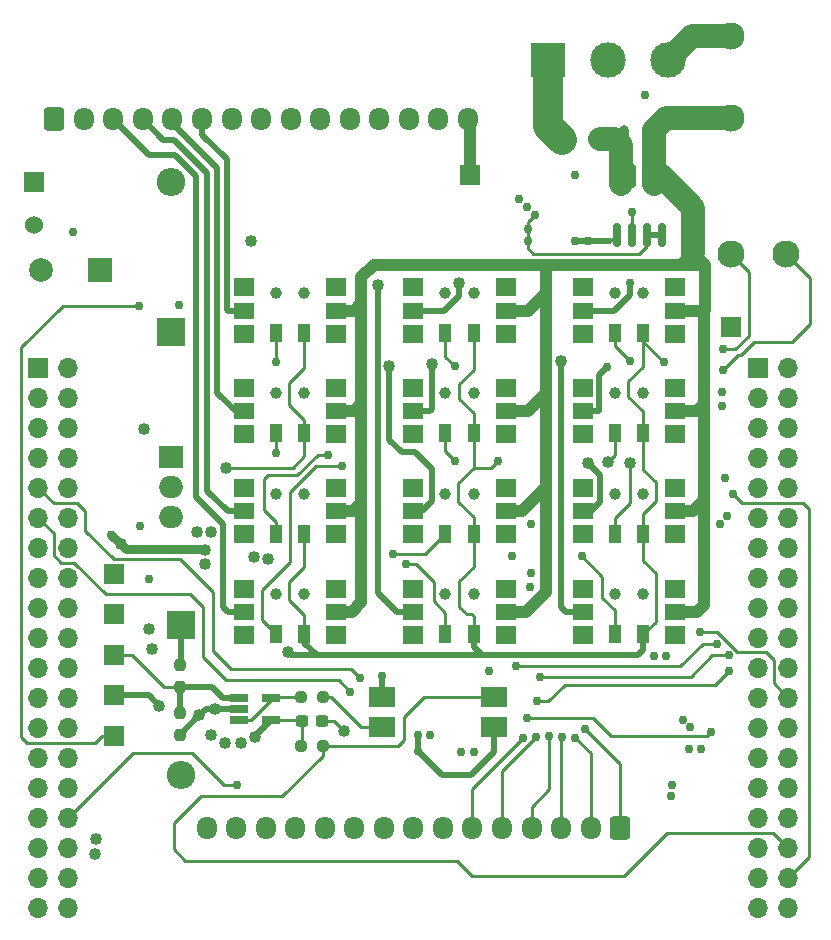
<source format=gbl>
%TF.GenerationSoftware,KiCad,Pcbnew,(5.99.0-13294-g19fc8c6d98)*%
%TF.CreationDate,2021-11-25T20:45:43+01:00*%
%TF.ProjectId,easyrelay,65617379-7265-46c6-9179-2e6b69636164,rev?*%
%TF.SameCoordinates,Original*%
%TF.FileFunction,Copper,L4,Bot*%
%TF.FilePolarity,Positive*%
%FSLAX46Y46*%
G04 Gerber Fmt 4.6, Leading zero omitted, Abs format (unit mm)*
G04 Created by KiCad (PCBNEW (5.99.0-13294-g19fc8c6d98)) date 2021-11-25 20:45:43*
%MOMM*%
%LPD*%
G01*
G04 APERTURE LIST*
G04 Aperture macros list*
%AMRoundRect*
0 Rectangle with rounded corners*
0 $1 Rounding radius*
0 $2 $3 $4 $5 $6 $7 $8 $9 X,Y pos of 4 corners*
0 Add a 4 corners polygon primitive as box body*
4,1,4,$2,$3,$4,$5,$6,$7,$8,$9,$2,$3,0*
0 Add four circle primitives for the rounded corners*
1,1,$1+$1,$2,$3*
1,1,$1+$1,$4,$5*
1,1,$1+$1,$6,$7*
1,1,$1+$1,$8,$9*
0 Add four rect primitives between the rounded corners*
20,1,$1+$1,$2,$3,$4,$5,0*
20,1,$1+$1,$4,$5,$6,$7,0*
20,1,$1+$1,$6,$7,$8,$9,0*
20,1,$1+$1,$8,$9,$2,$3,0*%
G04 Aperture macros list end*
%TA.AperFunction,ComponentPad*%
%ADD10R,1.700000X1.700000*%
%TD*%
%TA.AperFunction,ComponentPad*%
%ADD11O,1.700000X1.700000*%
%TD*%
%TA.AperFunction,ComponentPad*%
%ADD12R,2.400000X2.400000*%
%TD*%
%TA.AperFunction,ComponentPad*%
%ADD13O,2.400000X2.400000*%
%TD*%
%TA.AperFunction,ComponentPad*%
%ADD14RoundRect,0.250000X0.600000X0.725000X-0.600000X0.725000X-0.600000X-0.725000X0.600000X-0.725000X0*%
%TD*%
%TA.AperFunction,ComponentPad*%
%ADD15O,1.700000X1.950000*%
%TD*%
%TA.AperFunction,ComponentPad*%
%ADD16RoundRect,0.250000X-0.600000X-0.725000X0.600000X-0.725000X0.600000X0.725000X-0.600000X0.725000X0*%
%TD*%
%TA.AperFunction,SMDPad,CuDef*%
%ADD17R,1.800000X1.450000*%
%TD*%
%TA.AperFunction,SMDPad,CuDef*%
%ADD18R,1.800000X1.500000*%
%TD*%
%TA.AperFunction,SMDPad,CuDef*%
%ADD19C,1.000000*%
%TD*%
%TA.AperFunction,SMDPad,CuDef*%
%ADD20R,1.000000X1.600000*%
%TD*%
%TA.AperFunction,SMDPad,CuDef*%
%ADD21R,2.300000X1.780000*%
%TD*%
%TA.AperFunction,SMDPad,CuDef*%
%ADD22RoundRect,0.237500X-0.300000X-0.237500X0.300000X-0.237500X0.300000X0.237500X-0.300000X0.237500X0*%
%TD*%
%TA.AperFunction,SMDPad,CuDef*%
%ADD23RoundRect,0.237500X-0.250000X-0.237500X0.250000X-0.237500X0.250000X0.237500X-0.250000X0.237500X0*%
%TD*%
%TA.AperFunction,SMDPad,CuDef*%
%ADD24RoundRect,0.150000X-0.150000X0.825000X-0.150000X-0.825000X0.150000X-0.825000X0.150000X0.825000X0*%
%TD*%
%TA.AperFunction,ComponentPad*%
%ADD25R,3.000000X3.000000*%
%TD*%
%TA.AperFunction,ComponentPad*%
%ADD26C,3.000000*%
%TD*%
%TA.AperFunction,SMDPad,CuDef*%
%ADD27RoundRect,0.250000X-0.375000X-0.625000X0.375000X-0.625000X0.375000X0.625000X-0.375000X0.625000X0*%
%TD*%
%TA.AperFunction,SMDPad,CuDef*%
%ADD28RoundRect,0.237500X-0.237500X0.250000X-0.237500X-0.250000X0.237500X-0.250000X0.237500X0.250000X0*%
%TD*%
%TA.AperFunction,ComponentPad*%
%ADD29C,2.300000*%
%TD*%
%TA.AperFunction,ComponentPad*%
%ADD30R,2.000000X2.000000*%
%TD*%
%TA.AperFunction,ComponentPad*%
%ADD31C,2.000000*%
%TD*%
%TA.AperFunction,ComponentPad*%
%ADD32R,2.000000X1.905000*%
%TD*%
%TA.AperFunction,ComponentPad*%
%ADD33O,2.000000X1.905000*%
%TD*%
%TA.AperFunction,SMDPad,CuDef*%
%ADD34RoundRect,0.237500X0.250000X0.237500X-0.250000X0.237500X-0.250000X-0.237500X0.250000X-0.237500X0*%
%TD*%
%TA.AperFunction,SMDPad,CuDef*%
%ADD35R,1.560000X0.650000*%
%TD*%
%TA.AperFunction,ViaPad*%
%ADD36C,1.524000*%
%TD*%
%TA.AperFunction,ViaPad*%
%ADD37C,1.016000*%
%TD*%
%TA.AperFunction,ViaPad*%
%ADD38C,0.762000*%
%TD*%
%TA.AperFunction,ViaPad*%
%ADD39C,0.800000*%
%TD*%
%TA.AperFunction,Conductor*%
%ADD40C,0.762000*%
%TD*%
%TA.AperFunction,Conductor*%
%ADD41C,0.254000*%
%TD*%
%TA.AperFunction,Conductor*%
%ADD42C,0.508000*%
%TD*%
%TA.AperFunction,Conductor*%
%ADD43C,1.016000*%
%TD*%
%TA.AperFunction,Conductor*%
%ADD44C,2.032000*%
%TD*%
%TA.AperFunction,Conductor*%
%ADD45C,2.540000*%
%TD*%
G04 APERTURE END LIST*
D10*
%TO.P,TPGND,1,1*%
%TO.N,GND*%
X107900000Y-60300000D03*
%TD*%
%TO.P,TP5V,1,1*%
%TO.N,+5V*%
X114652000Y-93504000D03*
%TD*%
%TO.P,TP3V3,1,1*%
%TO.N,+3V3*%
X114652000Y-96933000D03*
%TD*%
%TO.P,TPRPM,1,1*%
%TO.N,Net-(R4-Pad2)*%
X114652000Y-100362000D03*
%TD*%
%TO.P,TPBAT,1,1*%
%TO.N,/VBAT*%
X114652000Y-103791000D03*
%TD*%
%TO.P,TPACC,1,1*%
%TO.N,/VACCU*%
X114652000Y-107220000D03*
%TD*%
%TO.P,J3,1,Pin_1*%
%TO.N,Net-(J2-Pad15)*%
X144800000Y-59722000D03*
%TD*%
%TO.P,TPCUR,1,1*%
%TO.N,/VCURRENT*%
X166900000Y-72600000D03*
%TD*%
%TO.P,J4,1,Pin_1*%
%TO.N,unconnected-(J4-Pad1)*%
X108250000Y-76030000D03*
D11*
%TO.P,J4,2,Pin_2*%
%TO.N,unconnected-(J4-Pad2)*%
X110790000Y-76030000D03*
%TO.P,J4,3,Pin_3*%
%TO.N,unconnected-(J4-Pad3)*%
X108250000Y-78570000D03*
%TO.P,J4,4,Pin_4*%
%TO.N,unconnected-(J4-Pad4)*%
X110790000Y-78570000D03*
%TO.P,J4,5,Pin_5*%
%TO.N,unconnected-(J4-Pad5)*%
X108250000Y-81110000D03*
%TO.P,J4,6,Pin_6*%
%TO.N,+5V*%
X110790000Y-81110000D03*
%TO.P,J4,7,Pin_7*%
%TO.N,unconnected-(J4-Pad7)*%
X108250000Y-83650000D03*
%TO.P,J4,8,Pin_8*%
%TO.N,GND*%
X110790000Y-83650000D03*
%TO.P,J4,9,Pin_9*%
%TO.N,/XTRA4_D*%
X108250000Y-86190000D03*
%TO.P,J4,10,Pin_10*%
%TO.N,+3V3*%
X110790000Y-86190000D03*
%TO.P,J4,11,Pin_11*%
%TO.N,/XTRA5_D*%
X108250000Y-88730000D03*
%TO.P,J4,12,Pin_12*%
%TO.N,unconnected-(J4-Pad12)*%
X110790000Y-88730000D03*
%TO.P,J4,13,Pin_13*%
%TO.N,unconnected-(J4-Pad13)*%
X108250000Y-91270000D03*
%TO.P,J4,14,Pin_14*%
%TO.N,unconnected-(J4-Pad14)*%
X110790000Y-91270000D03*
%TO.P,J4,15,Pin_15*%
%TO.N,unconnected-(J4-Pad15)*%
X108250000Y-93810000D03*
%TO.P,J4,16,Pin_16*%
%TO.N,unconnected-(J4-Pad16)*%
X110790000Y-93810000D03*
%TO.P,J4,17,Pin_17*%
%TO.N,unconnected-(J4-Pad17)*%
X108250000Y-96350000D03*
%TO.P,J4,18,Pin_18*%
%TO.N,unconnected-(J4-Pad18)*%
X110790000Y-96350000D03*
%TO.P,J4,19,Pin_19*%
%TO.N,GND*%
X108250000Y-98890000D03*
%TO.P,J4,20,Pin_20*%
X110790000Y-98890000D03*
%TO.P,J4,21,Pin_21*%
%TO.N,unconnected-(J4-Pad21)*%
X108250000Y-101430000D03*
%TO.P,J4,22,Pin_22*%
%TO.N,GND*%
X110790000Y-101430000D03*
%TO.P,J4,23,Pin_23*%
%TO.N,unconnected-(J4-Pad23)*%
X108250000Y-103970000D03*
%TO.P,J4,24,Pin_24*%
%TO.N,unconnected-(J4-Pad24)*%
X110790000Y-103970000D03*
%TO.P,J4,25,Pin_25*%
%TO.N,unconnected-(J4-Pad25)*%
X108250000Y-106510000D03*
%TO.P,J4,26,Pin_26*%
%TO.N,unconnected-(J4-Pad26)*%
X110790000Y-106510000D03*
%TO.P,J4,27,Pin_27*%
%TO.N,unconnected-(J4-Pad27)*%
X108250000Y-109050000D03*
%TO.P,J4,28,Pin_28*%
%TO.N,unconnected-(J4-Pad28)*%
X110790000Y-109050000D03*
%TO.P,J4,29,Pin_29*%
%TO.N,unconnected-(J4-Pad29)*%
X108250000Y-111590000D03*
%TO.P,J4,30,Pin_30*%
%TO.N,unconnected-(J4-Pad30)*%
X110790000Y-111590000D03*
%TO.P,J4,31,Pin_31*%
%TO.N,unconnected-(J4-Pad31)*%
X108250000Y-114130000D03*
%TO.P,J4,32,Pin_32*%
%TO.N,/SPI1_CS*%
X110790000Y-114130000D03*
%TO.P,J4,33,Pin_33*%
%TO.N,/VBAT*%
X108250000Y-116670000D03*
%TO.P,J4,34,Pin_34*%
%TO.N,unconnected-(J4-Pad34)*%
X110790000Y-116670000D03*
%TO.P,J4,35,Pin_35*%
%TO.N,unconnected-(J4-Pad35)*%
X108250000Y-119210000D03*
%TO.P,J4,36,Pin_36*%
%TO.N,unconnected-(J4-Pad36)*%
X110790000Y-119210000D03*
%TO.P,J4,37,Pin_37*%
%TO.N,unconnected-(J4-Pad37)*%
X108250000Y-121750000D03*
%TO.P,J4,38,Pin_38*%
%TO.N,/VACCU*%
X110790000Y-121750000D03*
%TD*%
D12*
%TO.P,D2,1,K*%
%TO.N,Net-(D2-Pad1)*%
X120300000Y-97850000D03*
D13*
%TO.P,D2,2,A*%
%TO.N,/RPM_IN*%
X120300000Y-110550000D03*
%TD*%
D14*
%TO.P,J5,1,Pin_1*%
%TO.N,/S_XTRA1*%
X157500000Y-115000000D03*
D15*
%TO.P,J5,2,Pin_2*%
%TO.N,/S_ALARM*%
X155000000Y-115000000D03*
%TO.P,J5,3,Pin_3*%
%TO.N,/S_WARNING*%
X152500000Y-115000000D03*
%TO.P,J5,4,Pin_4*%
%TO.N,/S_IGN*%
X150000000Y-115000000D03*
%TO.P,J5,5,Pin_5*%
%TO.N,/S_LIGHT*%
X147500000Y-115000000D03*
%TO.P,J5,6,Pin_6*%
%TO.N,/S_PILOT*%
X145000000Y-115000000D03*
%TO.P,J5,7,Pin_7*%
%TO.N,/S_CLAXON*%
X142500000Y-115000000D03*
%TO.P,J5,8,Pin_8*%
%TO.N,/S_RI*%
X140000000Y-115000000D03*
%TO.P,J5,9,Pin_9*%
%TO.N,/S_LI*%
X137500000Y-115000000D03*
%TO.P,J5,10,Pin_10*%
%TO.N,/S_BRAKE*%
X135000000Y-115000000D03*
%TO.P,J5,11,Pin_11*%
%TO.N,/S_G4*%
X132500000Y-115000000D03*
%TO.P,J5,12,Pin_12*%
%TO.N,/S_G3*%
X130000000Y-115000000D03*
%TO.P,J5,13,Pin_13*%
%TO.N,/S_G2*%
X127500000Y-115000000D03*
%TO.P,J5,14,Pin_14*%
%TO.N,/S_G1*%
X125000000Y-115000000D03*
%TO.P,J5,15,Pin_15*%
%TO.N,/RPM_IN*%
X122500000Y-115000000D03*
%TD*%
D10*
%TO.P,J6,1,Pin_1*%
%TO.N,unconnected-(J6-Pad1)*%
X169210000Y-76030000D03*
D11*
%TO.P,J6,2,Pin_2*%
%TO.N,unconnected-(J6-Pad2)*%
X171750000Y-76030000D03*
%TO.P,J6,3,Pin_3*%
%TO.N,unconnected-(J6-Pad3)*%
X169210000Y-78570000D03*
%TO.P,J6,4,Pin_4*%
%TO.N,unconnected-(J6-Pad4)*%
X171750000Y-78570000D03*
%TO.P,J6,5,Pin_5*%
%TO.N,unconnected-(J6-Pad5)*%
X169210000Y-81110000D03*
%TO.P,J6,6,Pin_6*%
%TO.N,/VCURRENT*%
X171750000Y-81110000D03*
%TO.P,J6,7,Pin_7*%
%TO.N,unconnected-(J6-Pad7)*%
X169210000Y-83650000D03*
%TO.P,J6,8,Pin_8*%
%TO.N,unconnected-(J6-Pad8)*%
X171750000Y-83650000D03*
%TO.P,J6,9,Pin_9*%
%TO.N,GND*%
X169210000Y-86190000D03*
%TO.P,J6,10,Pin_10*%
%TO.N,unconnected-(J6-Pad10)*%
X171750000Y-86190000D03*
%TO.P,J6,11,Pin_11*%
%TO.N,/SPI1_SCK*%
X169210000Y-88730000D03*
%TO.P,J6,12,Pin_12*%
%TO.N,unconnected-(J6-Pad12)*%
X171750000Y-88730000D03*
%TO.P,J6,13,Pin_13*%
%TO.N,/SPI1_MISO*%
X169210000Y-91270000D03*
%TO.P,J6,14,Pin_14*%
%TO.N,unconnected-(J6-Pad14)*%
X171750000Y-91270000D03*
%TO.P,J6,15,Pin_15*%
%TO.N,/SPI1_MOSI*%
X169210000Y-93810000D03*
%TO.P,J6,16,Pin_16*%
%TO.N,unconnected-(J6-Pad16)*%
X171750000Y-93810000D03*
%TO.P,J6,17,Pin_17*%
%TO.N,unconnected-(J6-Pad17)*%
X169210000Y-96350000D03*
%TO.P,J6,18,Pin_18*%
%TO.N,unconnected-(J6-Pad18)*%
X171750000Y-96350000D03*
%TO.P,J6,19,Pin_19*%
%TO.N,unconnected-(J6-Pad19)*%
X169210000Y-98890000D03*
%TO.P,J6,20,Pin_20*%
%TO.N,GND*%
X171750000Y-98890000D03*
%TO.P,J6,21,Pin_21*%
%TO.N,unconnected-(J6-Pad21)*%
X169210000Y-101430000D03*
%TO.P,J6,22,Pin_22*%
%TO.N,unconnected-(J6-Pad22)*%
X171750000Y-101430000D03*
%TO.P,J6,23,Pin_23*%
%TO.N,unconnected-(J6-Pad23)*%
X169210000Y-103970000D03*
%TO.P,J6,24,Pin_24*%
%TO.N,/INT_SENSES*%
X171750000Y-103970000D03*
%TO.P,J6,25,Pin_25*%
%TO.N,unconnected-(J6-Pad25)*%
X169210000Y-106510000D03*
%TO.P,J6,26,Pin_26*%
%TO.N,/INT_RELAYS*%
X171750000Y-106510000D03*
%TO.P,J6,27,Pin_27*%
%TO.N,unconnected-(J6-Pad27)*%
X169210000Y-109050000D03*
%TO.P,J6,28,Pin_28*%
%TO.N,unconnected-(J6-Pad28)*%
X171750000Y-109050000D03*
%TO.P,J6,29,Pin_29*%
%TO.N,unconnected-(J6-Pad29)*%
X169210000Y-111590000D03*
%TO.P,J6,30,Pin_30*%
%TO.N,unconnected-(J6-Pad30)*%
X171750000Y-111590000D03*
%TO.P,J6,31,Pin_31*%
%TO.N,unconnected-(J6-Pad31)*%
X169210000Y-114130000D03*
%TO.P,J6,32,Pin_32*%
%TO.N,unconnected-(J6-Pad32)*%
X171750000Y-114130000D03*
%TO.P,J6,33,Pin_33*%
%TO.N,unconnected-(J6-Pad33)*%
X169210000Y-116670000D03*
%TO.P,J6,34,Pin_34*%
%TO.N,/RPM_OUT*%
X171750000Y-116670000D03*
%TO.P,J6,35,Pin_35*%
%TO.N,unconnected-(J6-Pad35)*%
X169210000Y-119210000D03*
%TO.P,J6,36,Pin_36*%
%TO.N,/S_XTRA2*%
X171750000Y-119210000D03*
%TO.P,J6,37,Pin_37*%
%TO.N,unconnected-(J6-Pad37)*%
X169210000Y-121750000D03*
%TO.P,J6,38,Pin_38*%
%TO.N,/S_XTRA3*%
X171750000Y-121750000D03*
%TD*%
D16*
%TO.P,J2,1,Pin_1*%
%TO.N,GND*%
X109600000Y-55000000D03*
D15*
%TO.P,J2,2,Pin_2*%
%TO.N,+12P*%
X112100000Y-55000000D03*
%TO.P,J2,3,Pin_3*%
%TO.N,/R_XTRA1*%
X114600000Y-55000000D03*
%TO.P,J2,4,Pin_4*%
%TO.N,/R_PITSTA*%
X117100000Y-55000000D03*
%TO.P,J2,5,Pin_5*%
%TO.N,/R_PITIND*%
X119600000Y-55000000D03*
%TO.P,J2,6,Pin_6*%
%TO.N,/R_BRAKE*%
X122100000Y-55000000D03*
%TO.P,J2,7,Pin_7*%
%TO.N,/R_RIF*%
X124600000Y-55000000D03*
%TO.P,J2,8,Pin_8*%
%TO.N,/R_XTRA3*%
X127100000Y-55000000D03*
%TO.P,J2,9,Pin_9*%
%TO.N,/R_XTRA2*%
X129600000Y-55000000D03*
%TO.P,J2,10,Pin_10*%
%TO.N,/R_PILOT*%
X132100000Y-55000000D03*
%TO.P,J2,11,Pin_11*%
%TO.N,/R_LIB*%
X134600000Y-55000000D03*
%TO.P,J2,12,Pin_12*%
%TO.N,/R_LIF*%
X137100000Y-55000000D03*
%TO.P,J2,13,Pin_13*%
%TO.N,/R_RIB*%
X139600000Y-55000000D03*
%TO.P,J2,14,Pin_14*%
%TO.N,/R_LIGHT*%
X142100000Y-55000000D03*
%TO.P,J2,15,Pin_15*%
%TO.N,Net-(J2-Pad15)*%
X144600000Y-55000000D03*
%TD*%
D17*
%TO.P,K1,10*%
%TO.N,+12V*%
X162133333Y-71200000D03*
D18*
%TO.P,K1,9*%
%TO.N,N/C*%
X162133333Y-69250000D03*
D19*
%TO.P,K1,8*%
X159433333Y-69700000D03*
%TO.P,K1,7*%
X157033333Y-69700000D03*
D18*
%TO.P,K1,6*%
X154333333Y-69250000D03*
D17*
%TO.P,K1,5*%
%TO.N,/R_LIGHT*%
X154333333Y-71200000D03*
D18*
%TO.P,K1,4*%
%TO.N,N/C*%
X154333333Y-73150000D03*
D20*
%TO.P,K1,3*%
%TO.N,/LIGHT_R*%
X157033333Y-73100000D03*
%TO.P,K1,2*%
%TO.N,+5V*%
X159433333Y-73100000D03*
D18*
%TO.P,K1,1*%
%TO.N,N/C*%
X162133333Y-73150000D03*
%TD*%
D21*
%TO.P,U7,1,A*%
%TO.N,Net-(R5-Pad1)*%
X137319000Y-106458000D03*
%TO.P,U7,2,C*%
%TO.N,GND*%
X137319000Y-103918000D03*
%TO.P,U7,3,C*%
%TO.N,/RPM_OUT*%
X146849000Y-103918000D03*
%TO.P,U7,4,E*%
%TO.N,GND*%
X146849000Y-106458000D03*
%TD*%
D17*
%TO.P,K11,10*%
%TO.N,+12V*%
X147800000Y-96700000D03*
D18*
%TO.P,K11,9*%
%TO.N,N/C*%
X147800000Y-94750000D03*
D19*
%TO.P,K11,8*%
X145100000Y-95200000D03*
%TO.P,K11,7*%
X142700000Y-95200000D03*
D18*
%TO.P,K11,6*%
X140000000Y-94750000D03*
D17*
%TO.P,K11,5*%
%TO.N,/R_RIF*%
X140000000Y-96700000D03*
D18*
%TO.P,K11,4*%
%TO.N,N/C*%
X140000000Y-98650000D03*
D20*
%TO.P,K11,3*%
%TO.N,/RIF_R*%
X142700000Y-98600000D03*
%TO.P,K11,2*%
%TO.N,+5V*%
X145100000Y-98600000D03*
D18*
%TO.P,K11,1*%
%TO.N,N/C*%
X147800000Y-98650000D03*
%TD*%
D17*
%TO.P,K4,10*%
%TO.N,+12V*%
X162133333Y-79700000D03*
D18*
%TO.P,K4,9*%
%TO.N,N/C*%
X162133333Y-77750000D03*
D19*
%TO.P,K4,8*%
X159433333Y-78200000D03*
%TO.P,K4,7*%
X157033333Y-78200000D03*
D18*
%TO.P,K4,6*%
X154333333Y-77750000D03*
D17*
%TO.P,K4,5*%
%TO.N,/R_RIB*%
X154333333Y-79700000D03*
D18*
%TO.P,K4,4*%
%TO.N,N/C*%
X154333333Y-81650000D03*
D20*
%TO.P,K4,3*%
%TO.N,/RIB_R*%
X157033333Y-81600000D03*
%TO.P,K4,2*%
%TO.N,+5V*%
X159433333Y-81600000D03*
D18*
%TO.P,K4,1*%
%TO.N,N/C*%
X162133333Y-81650000D03*
%TD*%
D22*
%TO.P,C6,1*%
%TO.N,+3V3*%
X130553500Y-105950000D03*
%TO.P,C6,2*%
%TO.N,GND*%
X132278500Y-105950000D03*
%TD*%
D17*
%TO.P,K6,10*%
%TO.N,+12V*%
X133466667Y-79700000D03*
D18*
%TO.P,K6,9*%
%TO.N,N/C*%
X133466667Y-77750000D03*
D19*
%TO.P,K6,8*%
X130766667Y-78200000D03*
%TO.P,K6,7*%
X128366667Y-78200000D03*
D18*
%TO.P,K6,6*%
X125666667Y-77750000D03*
D17*
%TO.P,K6,5*%
%TO.N,/R_PITIND*%
X125666667Y-79700000D03*
D18*
%TO.P,K6,4*%
%TO.N,N/C*%
X125666667Y-81650000D03*
D20*
%TO.P,K6,3*%
%TO.N,/PITIND_R*%
X128366667Y-81600000D03*
%TO.P,K6,2*%
%TO.N,+5V*%
X130766667Y-81600000D03*
D18*
%TO.P,K6,1*%
%TO.N,N/C*%
X133466667Y-81650000D03*
%TD*%
D23*
%TO.P,R7,1*%
%TO.N,+3V3*%
X130487500Y-108100000D03*
%TO.P,R7,2*%
%TO.N,/RPM_OUT*%
X132312500Y-108100000D03*
%TD*%
D24*
%TO.P,U8,1,IN+*%
%TO.N,Net-(F3-Pad2)*%
X157195000Y-59825000D03*
%TO.P,U8,2,IN+*%
X158465000Y-59825000D03*
%TO.P,U8,3,IN-*%
%TO.N,+12V*%
X159735000Y-59825000D03*
%TO.P,U8,4,IN-*%
X161005000Y-59825000D03*
%TO.P,U8,5,GND*%
%TO.N,GND*%
X161005000Y-64775000D03*
%TO.P,U8,6,VREF*%
X159735000Y-64775000D03*
%TO.P,U8,7,VOUT*%
%TO.N,/VCURRENT*%
X158465000Y-64775000D03*
%TO.P,U8,8,VS*%
%TO.N,+3V3*%
X157195000Y-64775000D03*
%TD*%
D25*
%TO.P,J1,1,Pin_1*%
%TO.N,+12L*%
X151387500Y-50000000D03*
D26*
%TO.P,J1,2,Pin_2*%
%TO.N,GND*%
X156467500Y-50000000D03*
%TO.P,J1,3,Pin_3*%
%TO.N,/R_CLAXON*%
X161547500Y-50000000D03*
%TD*%
D17*
%TO.P,K8,10*%
%TO.N,+12V*%
X147800000Y-88200000D03*
D18*
%TO.P,K8,9*%
%TO.N,N/C*%
X147800000Y-86250000D03*
D19*
%TO.P,K8,8*%
X145100000Y-86700000D03*
%TO.P,K8,7*%
X142700000Y-86700000D03*
D18*
%TO.P,K8,6*%
X140000000Y-86250000D03*
D17*
%TO.P,K8,5*%
%TO.N,/R_XTRA3*%
X140000000Y-88200000D03*
D18*
%TO.P,K8,4*%
%TO.N,N/C*%
X140000000Y-90150000D03*
D20*
%TO.P,K8,3*%
%TO.N,/XTRA3_R*%
X142700000Y-90100000D03*
%TO.P,K8,2*%
%TO.N,+5V*%
X145100000Y-90100000D03*
D18*
%TO.P,K8,1*%
%TO.N,N/C*%
X147800000Y-90150000D03*
%TD*%
D17*
%TO.P,K9,10*%
%TO.N,+12V*%
X133466667Y-88200000D03*
D18*
%TO.P,K9,9*%
%TO.N,N/C*%
X133466667Y-86250000D03*
D19*
%TO.P,K9,8*%
X130766667Y-86700000D03*
%TO.P,K9,7*%
X128366667Y-86700000D03*
D18*
%TO.P,K9,6*%
X125666667Y-86250000D03*
D17*
%TO.P,K9,5*%
%TO.N,/R_PITSTA*%
X125666667Y-88200000D03*
D18*
%TO.P,K9,4*%
%TO.N,N/C*%
X125666667Y-90150000D03*
D20*
%TO.P,K9,3*%
%TO.N,/PITSTA_R*%
X128366667Y-90100000D03*
%TO.P,K9,2*%
%TO.N,+5V*%
X130766667Y-90100000D03*
D18*
%TO.P,K9,1*%
%TO.N,N/C*%
X133466667Y-90150000D03*
%TD*%
D17*
%TO.P,K2,10*%
%TO.N,+12V*%
X147800000Y-71200000D03*
D18*
%TO.P,K2,9*%
%TO.N,N/C*%
X147800000Y-69250000D03*
D19*
%TO.P,K2,8*%
X145100000Y-69700000D03*
%TO.P,K2,7*%
X142700000Y-69700000D03*
D18*
%TO.P,K2,6*%
X140000000Y-69250000D03*
D17*
%TO.P,K2,5*%
%TO.N,/R_PILOT*%
X140000000Y-71200000D03*
D18*
%TO.P,K2,4*%
%TO.N,N/C*%
X140000000Y-73150000D03*
D20*
%TO.P,K2,3*%
%TO.N,/PILOT_R*%
X142700000Y-73100000D03*
%TO.P,K2,2*%
%TO.N,+5V*%
X145100000Y-73100000D03*
D18*
%TO.P,K2,1*%
%TO.N,N/C*%
X147800000Y-73150000D03*
%TD*%
D17*
%TO.P,K12,10*%
%TO.N,+12V*%
X133466667Y-96700000D03*
D18*
%TO.P,K12,9*%
%TO.N,N/C*%
X133466667Y-94750000D03*
D19*
%TO.P,K12,8*%
X130766667Y-95200000D03*
%TO.P,K12,7*%
X128366667Y-95200000D03*
D18*
%TO.P,K12,6*%
X125666667Y-94750000D03*
D17*
%TO.P,K12,5*%
%TO.N,/R_XTRA1*%
X125666667Y-96700000D03*
D18*
%TO.P,K12,4*%
%TO.N,N/C*%
X125666667Y-98650000D03*
D20*
%TO.P,K12,3*%
%TO.N,/XTRA1_R*%
X128366667Y-98600000D03*
%TO.P,K12,2*%
%TO.N,+5V*%
X130766667Y-98600000D03*
D18*
%TO.P,K12,1*%
%TO.N,N/C*%
X133466667Y-98650000D03*
%TD*%
D17*
%TO.P,K10,10*%
%TO.N,+12V*%
X162133333Y-96700000D03*
D18*
%TO.P,K10,9*%
%TO.N,N/C*%
X162133333Y-94750000D03*
D19*
%TO.P,K10,8*%
X159433333Y-95200000D03*
%TO.P,K10,7*%
X157033333Y-95200000D03*
D18*
%TO.P,K10,6*%
X154333333Y-94750000D03*
D17*
%TO.P,K10,5*%
%TO.N,/R_LIB*%
X154333333Y-96700000D03*
D18*
%TO.P,K10,4*%
%TO.N,N/C*%
X154333333Y-98650000D03*
D20*
%TO.P,K10,3*%
%TO.N,/LIB_R*%
X157033333Y-98600000D03*
%TO.P,K10,2*%
%TO.N,+5V*%
X159433333Y-98600000D03*
D18*
%TO.P,K10,1*%
%TO.N,N/C*%
X162133333Y-98650000D03*
%TD*%
D27*
%TO.P,F3,1*%
%TO.N,+12L*%
X153000000Y-56700000D03*
%TO.P,F3,2*%
%TO.N,Net-(F3-Pad2)*%
X155800000Y-56700000D03*
%TD*%
D28*
%TO.P,R6,1*%
%TO.N,Net-(R4-Pad2)*%
X120240000Y-105291500D03*
%TO.P,R6,2*%
%TO.N,GND*%
X120240000Y-107116500D03*
%TD*%
D29*
%TO.P,K13,1*%
%TO.N,/CLAXON_R*%
X166862500Y-66425000D03*
%TO.P,K13,2*%
%TO.N,+12V*%
X166862500Y-54925000D03*
%TO.P,K13,3*%
%TO.N,/R_CLAXON*%
X166862500Y-47925000D03*
%TO.P,K13,4*%
%TO.N,+5V*%
X171562500Y-66425000D03*
%TD*%
D30*
%TO.P,C1,1*%
%TO.N,Net-(C1-Pad1)*%
X113467677Y-67800000D03*
D31*
%TO.P,C1,2*%
%TO.N,GND*%
X108467677Y-67800000D03*
%TD*%
D17*
%TO.P,K3,10*%
%TO.N,+12V*%
X133466667Y-71200000D03*
D18*
%TO.P,K3,9*%
%TO.N,N/C*%
X133466667Y-69250000D03*
D19*
%TO.P,K3,8*%
X130766667Y-69700000D03*
%TO.P,K3,7*%
X128366667Y-69700000D03*
D18*
%TO.P,K3,6*%
X125666667Y-69250000D03*
D17*
%TO.P,K3,5*%
%TO.N,/R_BRAKE*%
X125666667Y-71200000D03*
D18*
%TO.P,K3,4*%
%TO.N,N/C*%
X125666667Y-73150000D03*
D20*
%TO.P,K3,3*%
%TO.N,/BRAKE_R*%
X128366667Y-73100000D03*
%TO.P,K3,2*%
%TO.N,+5V*%
X130766667Y-73100000D03*
D18*
%TO.P,K3,1*%
%TO.N,N/C*%
X133466667Y-73150000D03*
%TD*%
D32*
%TO.P,U1,1,IN*%
%TO.N,Net-(C1-Pad1)*%
X119450000Y-83600000D03*
D33*
%TO.P,U1,2,GND*%
%TO.N,GND*%
X119450000Y-86140000D03*
%TO.P,U1,3,OUT*%
%TO.N,+5V*%
X119450000Y-88680000D03*
%TD*%
D12*
%TO.P,D1,1,K*%
%TO.N,Net-(D1-Pad1)*%
X119478000Y-73050000D03*
D13*
%TO.P,D1,2,A*%
%TO.N,Net-(D1-Pad2)*%
X119478000Y-60350000D03*
%TD*%
D17*
%TO.P,K5,10*%
%TO.N,+12V*%
X147800000Y-79700000D03*
D18*
%TO.P,K5,9*%
%TO.N,N/C*%
X147800000Y-77750000D03*
D19*
%TO.P,K5,8*%
X145100000Y-78200000D03*
%TO.P,K5,7*%
X142700000Y-78200000D03*
D18*
%TO.P,K5,6*%
X140000000Y-77750000D03*
D17*
%TO.P,K5,5*%
%TO.N,/R_XTRA2*%
X140000000Y-79700000D03*
D18*
%TO.P,K5,4*%
%TO.N,N/C*%
X140000000Y-81650000D03*
D20*
%TO.P,K5,3*%
%TO.N,/XTRA2_R*%
X142700000Y-81600000D03*
%TO.P,K5,2*%
%TO.N,+5V*%
X145100000Y-81600000D03*
D18*
%TO.P,K5,1*%
%TO.N,N/C*%
X147800000Y-81650000D03*
%TD*%
D28*
%TO.P,R4,1*%
%TO.N,Net-(D2-Pad1)*%
X120240000Y-101227500D03*
%TO.P,R4,2*%
%TO.N,Net-(R4-Pad2)*%
X120240000Y-103052500D03*
%TD*%
D34*
%TO.P,R5,1*%
%TO.N,Net-(R5-Pad1)*%
X132328500Y-103918000D03*
%TO.P,R5,2*%
%TO.N,Net-(R5-Pad2)*%
X130503500Y-103918000D03*
%TD*%
D17*
%TO.P,K7,10*%
%TO.N,+12V*%
X162133334Y-88200000D03*
D18*
%TO.P,K7,9*%
%TO.N,N/C*%
X162133334Y-86250000D03*
D19*
%TO.P,K7,8*%
X159433334Y-86700000D03*
%TO.P,K7,7*%
X157033334Y-86700000D03*
D18*
%TO.P,K7,6*%
X154333334Y-86250000D03*
D17*
%TO.P,K7,5*%
%TO.N,/R_LIF*%
X154333334Y-88200000D03*
D18*
%TO.P,K7,4*%
%TO.N,N/C*%
X154333334Y-90150000D03*
D20*
%TO.P,K7,3*%
%TO.N,/LIF_R*%
X157033334Y-90100000D03*
%TO.P,K7,2*%
%TO.N,+5V*%
X159433334Y-90100000D03*
D18*
%TO.P,K7,1*%
%TO.N,N/C*%
X162133334Y-90150000D03*
%TD*%
D35*
%TO.P,U6,1*%
%TO.N,Net-(R5-Pad2)*%
X125240000Y-105884000D03*
%TO.P,U6,2,V-*%
%TO.N,GND*%
X125240000Y-104934000D03*
%TO.P,U6,3,+*%
%TO.N,Net-(R4-Pad2)*%
X125240000Y-103984000D03*
%TO.P,U6,4,-*%
%TO.N,Net-(R5-Pad2)*%
X127940000Y-103984000D03*
%TO.P,U6,5,V+*%
%TO.N,+3V3*%
X127940000Y-105884000D03*
%TD*%
D36*
%TO.N,GND*%
X107900000Y-64000000D03*
D37*
%TO.N,+3V3*%
X115200000Y-90980000D03*
D38*
%TO.N,GND*%
X116840000Y-89420000D03*
X166420000Y-85380000D03*
X162790000Y-105830000D03*
X163440000Y-106480000D03*
X161400000Y-100470000D03*
X160370000Y-100470000D03*
X149960000Y-93420000D03*
X148360000Y-91970000D03*
X146430000Y-101710000D03*
X140396283Y-108473717D03*
X137317768Y-102120741D03*
D37*
X134100000Y-106810000D03*
X121883250Y-105473250D03*
X123196000Y-104934000D03*
X117587500Y-98140000D03*
X117905000Y-99845000D03*
X113139999Y-115910000D03*
X113050000Y-117210000D03*
X117190000Y-81260000D03*
X122830000Y-89950000D03*
X121670000Y-89950000D03*
X126532500Y-92097500D03*
X127715000Y-92275000D03*
D38*
%TO.N,/XTRA1_R*%
X133990000Y-84370000D03*
%TO.N,GND*%
X117590000Y-93960000D03*
%TO.N,+3V3*%
X145162616Y-108574293D03*
X144020000Y-108570000D03*
%TO.N,GND*%
X141410000Y-107180000D03*
X140396283Y-107176500D03*
%TO.N,+3V3*%
X149950000Y-89310000D03*
X149910000Y-94590000D03*
%TO.N,GND*%
X161850000Y-111370000D03*
X161840000Y-112296881D03*
%TO.N,+3V3*%
X163362500Y-108287500D03*
X164307308Y-108299653D03*
X165920000Y-89250000D03*
X166590000Y-88580000D03*
%TO.N,GND*%
X166130000Y-79300000D03*
X166130000Y-78140000D03*
%TO.N,+3V3*%
X154774989Y-65325011D03*
%TO.N,GND*%
X149690000Y-65300000D03*
X149690000Y-64330000D03*
X159587500Y-52987500D03*
%TO.N,+3V3*%
X153710000Y-59730000D03*
X153695000Y-65325000D03*
%TO.N,GND*%
X150300000Y-63130000D03*
X149615000Y-62445000D03*
X148940000Y-61770000D03*
X120110000Y-70730000D03*
X111192000Y-64548000D03*
D37*
X126280000Y-65310000D03*
D38*
%TO.N,+3V3*%
X114420000Y-90200000D03*
D37*
%TO.N,/VBAT*%
X118462000Y-104680000D03*
D38*
%TO.N,/VACCU*%
X116799999Y-70800007D03*
%TO.N,+5V*%
X147199992Y-83900006D03*
D37*
X124100000Y-84500000D03*
X129370000Y-100130000D03*
D38*
X161199989Y-75599997D03*
X166200005Y-76199996D03*
D37*
%TO.N,+3V3*%
X122390000Y-91470000D03*
X122390000Y-92640000D03*
X125420000Y-107790000D03*
X122900000Y-107130000D03*
X126615000Y-107335000D03*
X124050000Y-107790000D03*
D38*
%TO.N,/VCURRENT*%
X158499995Y-62899997D03*
%TO.N,/LIGHT_R*%
X158299995Y-75499997D03*
%TO.N,/PILOT_R*%
X143499999Y-75899997D03*
%TO.N,/BRAKE_R*%
X128399999Y-75599997D03*
D37*
%TO.N,/RIB_R*%
X156500000Y-84000000D03*
D38*
%TO.N,/XTRA2_R*%
X143499999Y-83900006D03*
%TO.N,/PITIND_R*%
X128399999Y-83300007D03*
D37*
%TO.N,/LIF_R*%
X158300000Y-84100000D03*
D38*
%TO.N,/XTRA3_R*%
X138300010Y-91799990D03*
%TO.N,/PITSTA_R*%
X132799995Y-83400007D03*
%TO.N,/LIB_R*%
X154230001Y-92020005D03*
%TO.N,/RIF_R*%
X139400007Y-92634507D03*
%TO.N,/CLAXON_R*%
X166200005Y-74499999D03*
D39*
%TO.N,Net-(F3-Pad2)*%
X157832000Y-55912000D03*
D37*
%TO.N,/R_RIF*%
X137000000Y-69000000D03*
%TO.N,/R_XTRA3*%
X137961500Y-75900000D03*
%TO.N,/R_XTRA2*%
X141576000Y-75724000D03*
%TO.N,/R_PILOT*%
X143862000Y-68866000D03*
%TO.N,/R_LIB*%
X152498000Y-75470000D03*
%TO.N,/R_LIF*%
X154784000Y-84106000D03*
D38*
%TO.N,/R_RIB*%
X156399999Y-75999996D03*
%TO.N,/R_LIGHT*%
X158340000Y-68866000D03*
%TO.N,/SPI1_CS*%
X149600000Y-105700000D03*
X125070000Y-111340000D03*
X165180000Y-106870000D03*
%TO.N,/S_XTRA1*%
X154500000Y-106600000D03*
%TO.N,/S_ALARM*%
X153700000Y-107400000D03*
%TO.N,/S_WARNING*%
X152600000Y-107300000D03*
%TO.N,/S_IGN*%
X151450279Y-107250279D03*
%TO.N,/S_PILOT*%
X149300000Y-107400000D03*
%TO.N,/SPI1_SCK*%
X165700000Y-99400000D03*
X148700000Y-101300000D03*
%TO.N,/SPI1_MISO*%
X166700000Y-101700000D03*
X150500000Y-104300000D03*
%TO.N,/SPI1_MOSI*%
X150700000Y-102200000D03*
X166700000Y-100400000D03*
%TO.N,/INT_SENSES*%
X164230000Y-98440000D03*
%TO.N,/S_XTRA2*%
X167080000Y-86772500D03*
%TO.N,/XTRA5_D*%
X134660000Y-103460000D03*
%TO.N,/S_LIGHT*%
X150400279Y-107300279D03*
%TO.N,/XTRA4_D*%
X135490000Y-102280000D03*
%TD*%
D40*
%TO.N,+3V3*%
X122332480Y-91412480D02*
X122390000Y-91470000D01*
X115200000Y-90980000D02*
X115632480Y-91412480D01*
X115632480Y-91412480D02*
X122332480Y-91412480D01*
D41*
%TO.N,/XTRA4_D*%
X135490000Y-102280000D02*
X134720000Y-101510000D01*
X112220000Y-89860000D02*
X112220000Y-88150000D01*
X134720000Y-101510000D02*
X124550000Y-101510000D01*
X124550000Y-101510000D02*
X123030000Y-99990000D01*
X123030000Y-99990000D02*
X123030000Y-95040000D01*
X123030000Y-95040000D02*
X120260000Y-92270000D01*
X120260000Y-92270000D02*
X114630000Y-92270000D01*
X114630000Y-92270000D02*
X112220000Y-89860000D01*
X112220000Y-88150000D02*
X111540000Y-87470000D01*
X109530000Y-87470000D02*
X108250000Y-86190000D01*
X111540000Y-87470000D02*
X109530000Y-87470000D01*
D40*
%TO.N,+3V3*%
X114420000Y-90200000D02*
X115200000Y-90980000D01*
D41*
%TO.N,/XTRA5_D*%
X134660000Y-103460000D02*
X133671980Y-102471980D01*
X109540000Y-90020000D02*
X108250000Y-88730000D01*
X133671980Y-102471980D02*
X124141980Y-102471980D01*
X110190000Y-92540000D02*
X109540000Y-91890000D01*
X124141980Y-102471980D02*
X122210000Y-100540000D01*
X113940000Y-95180000D02*
X111300000Y-92540000D01*
X122210000Y-100540000D02*
X122210000Y-96330000D01*
X122210000Y-96330000D02*
X121060000Y-95180000D01*
X121060000Y-95180000D02*
X113940000Y-95180000D01*
X111300000Y-92540000D02*
X110190000Y-92540000D01*
X109540000Y-91890000D02*
X109540000Y-90020000D01*
%TO.N,/S_XTRA2*%
X167080000Y-86772500D02*
X167787500Y-87480000D01*
X172970000Y-87480000D02*
X173500000Y-88010000D01*
X173500000Y-117460000D02*
X171750000Y-119210000D01*
X167787500Y-87480000D02*
X172970000Y-87480000D01*
X173500000Y-88010000D02*
X173500000Y-117460000D01*
%TO.N,/SPI1_CS*%
X155200000Y-105700000D02*
X149600000Y-105700000D01*
X156710000Y-107210000D02*
X155200000Y-105700000D01*
X164840000Y-107210000D02*
X156710000Y-107210000D01*
X165180000Y-106870000D02*
X164840000Y-107210000D01*
%TO.N,/INT_SENSES*%
X170500000Y-100820000D02*
X170500000Y-102720000D01*
X164230000Y-98440000D02*
X165740573Y-98440000D01*
X165740573Y-98440000D02*
X167430573Y-100130000D01*
X167430573Y-100130000D02*
X169810000Y-100130000D01*
X169810000Y-100130000D02*
X170500000Y-100820000D01*
X170500000Y-102720000D02*
X171750000Y-103970000D01*
D42*
%TO.N,GND*%
X146849000Y-106458000D02*
X146849000Y-108561000D01*
X146849000Y-108561000D02*
X144890000Y-110520000D01*
X144890000Y-110520000D02*
X142442566Y-110520000D01*
X142442566Y-110520000D02*
X140396283Y-108473717D01*
X140396283Y-108473717D02*
X140396283Y-107176500D01*
X137317768Y-102120741D02*
X137319000Y-102121973D01*
X137319000Y-102121973D02*
X137319000Y-103918000D01*
%TO.N,+3V3*%
X126615000Y-107335000D02*
X126615000Y-107209000D01*
X126615000Y-107209000D02*
X127940000Y-105884000D01*
D41*
%TO.N,GND*%
X133240000Y-105950000D02*
X134100000Y-106810000D01*
X132278500Y-105950000D02*
X133240000Y-105950000D01*
D42*
X121883250Y-105473250D02*
X120240000Y-107116500D01*
X123196000Y-104934000D02*
X122422500Y-104934000D01*
X125240000Y-104934000D02*
X123196000Y-104934000D01*
X122422500Y-104934000D02*
X121883250Y-105473250D01*
D41*
%TO.N,/XTRA1_R*%
X128366667Y-98600000D02*
X127200000Y-97433333D01*
X127200000Y-97433333D02*
X127200000Y-94830000D01*
X127200000Y-94830000D02*
X129550000Y-92480000D01*
X129550000Y-92480000D02*
X129550000Y-86530000D01*
X129550000Y-86530000D02*
X131710000Y-84370000D01*
X131710000Y-84370000D02*
X133990000Y-84370000D01*
%TO.N,/PITSTA_R*%
X128366667Y-90100000D02*
X128366667Y-89116667D01*
X127680000Y-85120000D02*
X130180000Y-85120000D01*
X128366667Y-89116667D02*
X127330000Y-88080000D01*
X127330000Y-88080000D02*
X127330000Y-85470000D01*
X130180000Y-85120000D02*
X131900000Y-83400000D01*
X127330000Y-85470000D02*
X127680000Y-85120000D01*
X131900000Y-83400000D02*
X132800000Y-83400000D01*
D42*
%TO.N,+3V3*%
X154774989Y-65325011D02*
X153695000Y-65325011D01*
D41*
X157195000Y-64775000D02*
X156645000Y-65325000D01*
D42*
X156645007Y-65325011D02*
X154774989Y-65325011D01*
D41*
%TO.N,GND*%
X149690000Y-65300000D02*
X149690000Y-65930000D01*
X149690000Y-64330000D02*
X149690000Y-65300000D01*
X150300000Y-63130000D02*
X149690000Y-63740000D01*
X149690000Y-63740000D02*
X149690000Y-64330000D01*
X149690000Y-65930000D02*
X150150000Y-66390000D01*
X150150000Y-66390000D02*
X159094999Y-66390000D01*
X159735000Y-65749999D02*
X159735000Y-64775000D01*
X159094999Y-66390000D02*
X159735000Y-65749999D01*
D42*
X161005000Y-64775000D02*
X159735000Y-64775000D01*
D43*
%TO.N,+12V*%
X134900000Y-88200000D02*
X135600000Y-87500000D01*
X135000000Y-79700000D02*
X135600000Y-79100000D01*
D44*
X163674000Y-62770000D02*
X163674000Y-66326000D01*
D43*
X149716000Y-79700000D02*
X147800000Y-79700000D01*
X164049333Y-79700000D02*
X162133333Y-79700000D01*
X164642000Y-96107333D02*
X164049333Y-96700000D01*
X151228000Y-69688000D02*
X151228000Y-78010000D01*
X164690000Y-67342000D02*
X162658000Y-67342000D01*
X162658000Y-67342000D02*
X151228000Y-67342000D01*
X164642000Y-71200000D02*
X162133333Y-71200000D01*
X133466667Y-79700000D02*
X135000000Y-79700000D01*
X163674000Y-66326000D02*
X162658000Y-67342000D01*
X164049333Y-96700000D02*
X162133333Y-96700000D01*
X164642000Y-87202000D02*
X164642000Y-96107333D01*
X164642000Y-87202000D02*
X163644000Y-88200000D01*
X149716000Y-71200000D02*
X147800000Y-71200000D01*
X151228000Y-78010000D02*
X151228000Y-86138000D01*
D44*
X161359000Y-54925000D02*
X160372000Y-55912000D01*
D43*
X163644000Y-88200000D02*
X162133334Y-88200000D01*
X151228000Y-95028000D02*
X149556000Y-96700000D01*
X164690000Y-71152000D02*
X164642000Y-71200000D01*
X133466667Y-88200000D02*
X134900000Y-88200000D01*
X133466667Y-96700000D02*
X134800000Y-96700000D01*
X151228000Y-67342000D02*
X151228000Y-69688000D01*
X151228000Y-78188000D02*
X149716000Y-79700000D01*
X135600000Y-70600000D02*
X135600000Y-79100000D01*
X151228000Y-86138000D02*
X151228000Y-95028000D01*
X164642000Y-71200000D02*
X164642000Y-79107333D01*
X164642000Y-79107333D02*
X164049333Y-79700000D01*
X164690000Y-67342000D02*
X164690000Y-71152000D01*
X135000000Y-71200000D02*
X135600000Y-70600000D01*
X163674000Y-66326000D02*
X163674000Y-67342000D01*
X151228000Y-69688000D02*
X149716000Y-71200000D01*
X149166000Y-88200000D02*
X147800000Y-88200000D01*
X164642000Y-79107333D02*
X164642000Y-87202000D01*
D44*
X160372000Y-55912000D02*
X160372000Y-60484000D01*
D43*
X151228000Y-86138000D02*
X149166000Y-88200000D01*
D44*
X166862500Y-54925000D02*
X161359000Y-54925000D01*
D43*
X136658000Y-67342000D02*
X135600000Y-68400000D01*
X135600000Y-95900000D02*
X135600000Y-87500000D01*
D44*
X161005000Y-59825000D02*
X163674000Y-62494000D01*
D43*
X151228000Y-67342000D02*
X136658000Y-67342000D01*
X133466667Y-71200000D02*
X135000000Y-71200000D01*
X134800000Y-96700000D02*
X135600000Y-95900000D01*
X135600000Y-68400000D02*
X135600000Y-70600000D01*
X163674000Y-66326000D02*
X164690000Y-67342000D01*
X135600000Y-79100000D02*
X135600000Y-87500000D01*
D44*
X163674000Y-62494000D02*
X163674000Y-62770000D01*
D43*
X149556000Y-96700000D02*
X147800000Y-96700000D01*
X151228000Y-78010000D02*
X151228000Y-78188000D01*
D42*
%TO.N,/VBAT*%
X117573000Y-103791000D02*
X114652000Y-103791000D01*
X118462000Y-104680000D02*
X117573000Y-103791000D01*
D41*
%TO.N,/VACCU*%
X110300000Y-70800000D02*
X106800000Y-74300000D01*
X106800000Y-107300000D02*
X107290000Y-107790000D01*
X114632000Y-107200000D02*
X114652000Y-107220000D01*
X116800000Y-70800000D02*
X110300000Y-70800000D01*
X113600000Y-107200000D02*
X114632000Y-107200000D01*
X106800000Y-74300000D02*
X106800000Y-107300000D01*
X113010000Y-107790000D02*
X113600000Y-107200000D01*
X107290000Y-107790000D02*
X113010000Y-107790000D01*
D42*
%TO.N,+5V*%
X145800000Y-100400000D02*
X159000000Y-100400000D01*
D41*
X130766667Y-83533333D02*
X130766667Y-81600000D01*
X147200000Y-83900000D02*
X146599995Y-84500005D01*
X159433334Y-90100000D02*
X159433334Y-92366666D01*
X145099996Y-84500005D02*
X145099996Y-81600011D01*
X143800000Y-85800000D02*
X143800000Y-87400000D01*
X159433334Y-88433334D02*
X159433334Y-90100000D01*
X172090000Y-73890000D02*
X173600000Y-72380000D01*
X159433333Y-81600000D02*
X159433333Y-84666667D01*
X143900000Y-78700000D02*
X145100000Y-79900000D01*
X144900000Y-96900000D02*
X145100000Y-97100000D01*
X130766667Y-96966667D02*
X130766667Y-98600000D01*
X166200000Y-76200000D02*
X167446480Y-74953520D01*
X145100000Y-84500000D02*
X143800000Y-85800000D01*
X129500000Y-79200000D02*
X130766667Y-80466667D01*
X124100000Y-84500000D02*
X129800000Y-84500000D01*
X130766667Y-80466667D02*
X130766667Y-81600000D01*
X145100000Y-90100000D02*
X145100000Y-92900000D01*
X129800000Y-84500000D02*
X130766667Y-83533333D01*
X145100000Y-88700000D02*
X145100000Y-90100000D01*
X160500000Y-97533333D02*
X159433333Y-98600000D01*
X129500000Y-95700000D02*
X130766667Y-96966667D01*
X130766667Y-73100000D02*
X130766667Y-76033333D01*
X130766667Y-76033333D02*
X129500000Y-77300000D01*
D42*
X129640000Y-100400000D02*
X131800000Y-100400000D01*
D41*
X145100000Y-76200000D02*
X143900000Y-77400000D01*
X158200000Y-77200000D02*
X158200000Y-78500000D01*
X130766667Y-90100000D02*
X130766667Y-92933333D01*
X173600000Y-72380000D02*
X173600000Y-68462500D01*
D42*
X159433333Y-98600000D02*
X159433333Y-99966667D01*
D41*
X167756480Y-74953520D02*
X168820000Y-73890000D01*
X173600000Y-68462500D02*
X171562500Y-66425000D01*
X143900000Y-96300000D02*
X144500000Y-96900000D01*
X159433333Y-73100000D02*
X159433333Y-75966667D01*
X160500000Y-87366668D02*
X159433334Y-88433334D01*
X159433333Y-75966667D02*
X158200000Y-77200000D01*
X167446480Y-74953520D02*
X167756480Y-74953520D01*
D42*
X145100000Y-98600000D02*
X145100000Y-99700000D01*
D41*
X159433333Y-73100000D02*
X159433333Y-73833333D01*
X129500000Y-77300000D02*
X129500000Y-79200000D01*
X159433333Y-79733333D02*
X159433333Y-81600000D01*
D42*
X130766667Y-99366667D02*
X131800000Y-100400000D01*
D41*
X146599995Y-84500005D02*
X145099996Y-84500005D01*
X168820000Y-73890000D02*
X172090000Y-73890000D01*
D42*
X130766667Y-98600000D02*
X130766667Y-99366667D01*
D41*
X159433333Y-73833333D02*
X161200000Y-75600000D01*
X145100000Y-92900000D02*
X143900000Y-94100000D01*
X143900000Y-94100000D02*
X143900000Y-96300000D01*
D42*
X159433333Y-99966667D02*
X159000000Y-100400000D01*
X144400000Y-100400000D02*
X145800000Y-100400000D01*
D41*
X159433334Y-92366666D02*
X160500000Y-93433332D01*
X145100000Y-79900000D02*
X145100000Y-81600000D01*
X145100000Y-97100000D02*
X145100000Y-98600000D01*
X160500000Y-85733334D02*
X160500000Y-87366668D01*
X130766667Y-92933333D02*
X129500000Y-94200000D01*
X143900000Y-77400000D02*
X143900000Y-78700000D01*
X158200000Y-78500000D02*
X159433333Y-79733333D01*
D42*
X129370000Y-100130000D02*
X129640000Y-100400000D01*
X145100000Y-99700000D02*
X145800000Y-100400000D01*
D41*
X144500000Y-96900000D02*
X144900000Y-96900000D01*
X160500000Y-93433332D02*
X160500000Y-97533333D01*
X145100000Y-73100000D02*
X145100000Y-76200000D01*
X129500000Y-94200000D02*
X129500000Y-95700000D01*
X159433333Y-84666667D02*
X160500000Y-85733334D01*
D42*
X131800000Y-100400000D02*
X144400000Y-100400000D01*
D41*
X143800000Y-87400000D02*
X145100000Y-88700000D01*
%TO.N,+3V3*%
X130487500Y-105884000D02*
X130553500Y-105950000D01*
X130553500Y-107934000D02*
X130487500Y-108000000D01*
X127940000Y-105884000D02*
X130487500Y-105884000D01*
X130553500Y-105950000D02*
X130553500Y-107934000D01*
D42*
%TO.N,Net-(D2-Pad1)*%
X120300000Y-101167500D02*
X120240000Y-101227500D01*
X120300000Y-97850000D02*
X120300000Y-101167500D01*
D45*
%TO.N,+12L*%
X151387500Y-50000000D02*
X151387500Y-55587500D01*
X151387500Y-55587500D02*
X152600000Y-56800000D01*
D44*
%TO.N,/R_CLAXON*%
X163622500Y-47925000D02*
X161547500Y-50000000D01*
X166862500Y-47925000D02*
X163622500Y-47925000D01*
D41*
%TO.N,/VCURRENT*%
X158465000Y-64775000D02*
X158465000Y-62935000D01*
X158465000Y-62935000D02*
X158500000Y-62900000D01*
%TO.N,/RPM_OUT*%
X138700000Y-108100000D02*
X132312500Y-108100000D01*
X120676520Y-117776520D02*
X119700000Y-116800000D01*
X139200000Y-105600000D02*
X139200000Y-107600000D01*
X140882000Y-103918000D02*
X139200000Y-105600000D01*
X119700000Y-114600000D02*
X122000000Y-112300000D01*
X171750000Y-116670000D02*
X170480000Y-115400000D01*
X128900000Y-112300000D02*
X132312500Y-108887500D01*
X132312500Y-108887500D02*
X132312500Y-108100000D01*
X146849000Y-103918000D02*
X140882000Y-103918000D01*
X161500000Y-115400000D02*
X157800000Y-119100000D01*
X122000000Y-112300000D02*
X128900000Y-112300000D01*
X170480000Y-115400000D02*
X161500000Y-115400000D01*
X139200000Y-107600000D02*
X138700000Y-108100000D01*
X119700000Y-116800000D02*
X119700000Y-114600000D01*
X157800000Y-119100000D02*
X145000000Y-119100000D01*
X143676520Y-117776520D02*
X120676520Y-117776520D01*
X145000000Y-119100000D02*
X143676520Y-117776520D01*
%TO.N,/LIGHT_R*%
X157033333Y-74233333D02*
X158300000Y-75500000D01*
X157033333Y-73100000D02*
X157033333Y-74233333D01*
%TO.N,/PILOT_R*%
X142700000Y-73100000D02*
X142700000Y-75100000D01*
X142700000Y-75100000D02*
X143500000Y-75900000D01*
%TO.N,/BRAKE_R*%
X128366667Y-73100000D02*
X128366667Y-75566667D01*
X128366667Y-75566667D02*
X128400000Y-75600000D01*
%TO.N,/RIB_R*%
X156500000Y-84000000D02*
X157033333Y-83466667D01*
X157033333Y-83466667D02*
X157033333Y-81600000D01*
%TO.N,/XTRA2_R*%
X142700000Y-83100000D02*
X143500000Y-83900000D01*
X142700000Y-81600000D02*
X142700000Y-83100000D01*
%TO.N,/PITIND_R*%
X128366667Y-81600000D02*
X128366667Y-83266667D01*
X128366667Y-83266667D02*
X128400000Y-83300000D01*
%TO.N,/LIF_R*%
X157033334Y-90100000D02*
X157033334Y-88766666D01*
X157033334Y-88766666D02*
X158300000Y-87500000D01*
X158300000Y-87500000D02*
X158300000Y-84100000D01*
%TO.N,/XTRA3_R*%
X138300000Y-91800000D02*
X141000000Y-91800000D01*
X141000000Y-91800000D02*
X142700000Y-90100000D01*
%TO.N,/LIB_R*%
X154230000Y-92020000D02*
X156000000Y-93790000D01*
X157033333Y-96533333D02*
X157033333Y-98600000D01*
X156000000Y-93790000D02*
X156000000Y-95500000D01*
X156000000Y-95500000D02*
X157033333Y-96533333D01*
%TO.N,/RIF_R*%
X141700000Y-94146978D02*
X141700000Y-95800000D01*
X141700000Y-95800000D02*
X142700000Y-96800000D01*
X140187522Y-92634500D02*
X141700000Y-94146978D01*
X139400000Y-92634500D02*
X140187522Y-92634500D01*
X142700000Y-96800000D02*
X142700000Y-98600000D01*
%TO.N,/CLAXON_R*%
X166200000Y-74500000D02*
X167265137Y-74500000D01*
X168400000Y-73365137D02*
X168400000Y-67962500D01*
X167265137Y-74500000D02*
X168400000Y-73365137D01*
X168400000Y-67962500D02*
X166862500Y-66425000D01*
%TO.N,Net-(R5-Pad1)*%
X133018000Y-103918000D02*
X135558000Y-106458000D01*
X135558000Y-106458000D02*
X137319000Y-106458000D01*
X132328500Y-103918000D02*
X133018000Y-103918000D01*
D40*
%TO.N,Net-(F3-Pad2)*%
X157832000Y-55912000D02*
X157832000Y-56928000D01*
D44*
X155800000Y-56700000D02*
X157096000Y-56700000D01*
X157096000Y-56700000D02*
X157578000Y-57182000D01*
D40*
X157832000Y-55912000D02*
X157832000Y-55964000D01*
X157832000Y-55964000D02*
X157096000Y-56700000D01*
D44*
X157578000Y-57182000D02*
X157578000Y-60484000D01*
D40*
X157832000Y-56928000D02*
X157578000Y-57182000D01*
D42*
%TO.N,/R_XTRA1*%
X117600000Y-58000000D02*
X114600000Y-55000000D01*
X119800000Y-58000000D02*
X117600000Y-58000000D01*
X121600000Y-86990000D02*
X121600000Y-59800000D01*
X123900000Y-96341333D02*
X123900000Y-89290000D01*
X124258667Y-96700000D02*
X123900000Y-96341333D01*
X123900000Y-89290000D02*
X121600000Y-86990000D01*
X121600000Y-59800000D02*
X119800000Y-58000000D01*
X125666667Y-96700000D02*
X124258667Y-96700000D01*
%TO.N,/R_PITSTA*%
X125666667Y-88200000D02*
X124258667Y-88200000D01*
X124258667Y-88200000D02*
X122526000Y-86467333D01*
X118834952Y-56734952D02*
X117100000Y-55000000D01*
X122526000Y-86467333D02*
X122526000Y-59526000D01*
X119734952Y-56734952D02*
X118834952Y-56734952D01*
X122526000Y-59526000D02*
X119734952Y-56734952D01*
%TO.N,/R_PITIND*%
X119600000Y-55332952D02*
X119600000Y-55000000D01*
X125666667Y-79700000D02*
X124951645Y-79700000D01*
X124951645Y-79700000D02*
X123400000Y-78148355D01*
X123400000Y-78148355D02*
X123400000Y-59132952D01*
X123400000Y-59132952D02*
X119600000Y-55332952D01*
%TO.N,/R_BRAKE*%
X124258667Y-71200000D02*
X124200000Y-71141333D01*
X124200000Y-71141333D02*
X124200000Y-58400000D01*
X124200000Y-58400000D02*
X122100000Y-56300000D01*
X122100000Y-56300000D02*
X122100000Y-55000000D01*
X125666667Y-71200000D02*
X124258667Y-71200000D01*
%TO.N,/R_RIF*%
X137000000Y-69000000D02*
X137000000Y-95108000D01*
X138592000Y-96700000D02*
X140000000Y-96700000D01*
X137000000Y-95108000D02*
X138592000Y-96700000D01*
%TO.N,/R_XTRA3*%
X140715022Y-88200000D02*
X140000000Y-88200000D01*
X137961500Y-75900000D02*
X137961500Y-82168522D01*
X141576000Y-84614000D02*
X141576000Y-87339022D01*
X138992978Y-83200000D02*
X140162000Y-83200000D01*
X137961500Y-82168522D02*
X138992978Y-83200000D01*
X140162000Y-83200000D02*
X141576000Y-84614000D01*
X141576000Y-87339022D02*
X140715022Y-88200000D01*
%TO.N,/R_XTRA2*%
X141408000Y-79700000D02*
X141576000Y-79532000D01*
X140000000Y-79700000D02*
X141408000Y-79700000D01*
X141576000Y-79532000D02*
X141576000Y-75724000D01*
%TO.N,/R_PILOT*%
X143862000Y-69962837D02*
X143862000Y-68866000D01*
X142624837Y-71200000D02*
X143862000Y-69962837D01*
X140000000Y-71200000D02*
X142624837Y-71200000D01*
%TO.N,/R_LIB*%
X152925333Y-96700000D02*
X152498000Y-96272667D01*
X154333333Y-96700000D02*
X152925333Y-96700000D01*
X152498000Y-96272667D02*
X152498000Y-75470000D01*
%TO.N,/R_LIF*%
X155800000Y-85122000D02*
X155800000Y-87448356D01*
X155048356Y-88200000D02*
X154333334Y-88200000D01*
X154784000Y-84106000D02*
X155800000Y-85122000D01*
X155800000Y-87448356D02*
X155048356Y-88200000D01*
%TO.N,/R_RIB*%
X155741333Y-79700000D02*
X154333333Y-79700000D01*
X156400000Y-76000000D02*
X155741333Y-76658667D01*
X155741333Y-76658667D02*
X155741333Y-79700000D01*
%TO.N,/R_LIGHT*%
X158340000Y-69882000D02*
X158340000Y-68866000D01*
X154333333Y-71200000D02*
X157022000Y-71200000D01*
X157022000Y-71200000D02*
X158340000Y-69882000D01*
D43*
%TO.N,Net-(J2-Pad15)*%
X144800000Y-55200000D02*
X144600000Y-55000000D01*
X144800000Y-59722000D02*
X144800000Y-55200000D01*
D41*
%TO.N,/SPI1_CS*%
X116220000Y-108700000D02*
X110790000Y-114130000D01*
X125070000Y-111340000D02*
X123920000Y-111340000D01*
X123920000Y-111340000D02*
X121280000Y-108700000D01*
X121280000Y-108700000D02*
X116220000Y-108700000D01*
%TO.N,/S_XTRA1*%
X157500000Y-109600000D02*
X157500000Y-115000000D01*
X154500000Y-106600000D02*
X157500000Y-109600000D01*
%TO.N,/S_ALARM*%
X155000000Y-108700000D02*
X155000000Y-115000000D01*
X153700000Y-107400000D02*
X155000000Y-108700000D01*
%TO.N,/S_WARNING*%
X152600000Y-107300000D02*
X152500000Y-107400000D01*
X152500000Y-107400000D02*
X152500000Y-115000000D01*
%TO.N,/S_IGN*%
X150000000Y-113200000D02*
X150000000Y-115000000D01*
X151450279Y-107250279D02*
X151450279Y-111749721D01*
X151450279Y-111749721D02*
X150000000Y-113200000D01*
%TO.N,/S_PILOT*%
X145000000Y-111700000D02*
X145000000Y-115000000D01*
X149300000Y-107400000D02*
X145000000Y-111700000D01*
%TO.N,/SPI1_SCK*%
X164500000Y-99400000D02*
X165700000Y-99400000D01*
X148700000Y-101300000D02*
X162600000Y-101300000D01*
X162600000Y-101300000D02*
X164500000Y-99400000D01*
%TO.N,/SPI1_MISO*%
X165500000Y-102900000D02*
X166700000Y-101700000D01*
X152799442Y-102900000D02*
X165500000Y-102900000D01*
X150500000Y-104300000D02*
X151399442Y-104300000D01*
X151399442Y-104300000D02*
X152799442Y-102900000D01*
%TO.N,/SPI1_MOSI*%
X150700000Y-102200000D02*
X163500000Y-102200000D01*
X165300000Y-100400000D02*
X166700000Y-100400000D01*
X163500000Y-102200000D02*
X165300000Y-100400000D01*
%TO.N,Net-(R4-Pad2)*%
X118866500Y-103052500D02*
X116176000Y-100362000D01*
D42*
X123862000Y-103984000D02*
X125240000Y-103984000D01*
D41*
X116176000Y-100362000D02*
X114652000Y-100362000D01*
D42*
X120240000Y-103052500D02*
X120240000Y-105291500D01*
X122930500Y-103052500D02*
X123862000Y-103984000D01*
D41*
X120240000Y-103052500D02*
X118866500Y-103052500D01*
D42*
X120240000Y-103052500D02*
X122930500Y-103052500D01*
D41*
%TO.N,Net-(R5-Pad2)*%
X125240000Y-105884000D02*
X126274000Y-105884000D01*
X127940000Y-104218000D02*
X127940000Y-103984000D01*
X127940000Y-103984000D02*
X128006000Y-103918000D01*
X128006000Y-103918000D02*
X130503500Y-103918000D01*
X126274000Y-105884000D02*
X127940000Y-104218000D01*
%TO.N,/S_LIGHT*%
X150400279Y-107300279D02*
X147500000Y-110200558D01*
X147500000Y-110200558D02*
X147500000Y-115000000D01*
%TD*%
M02*

</source>
